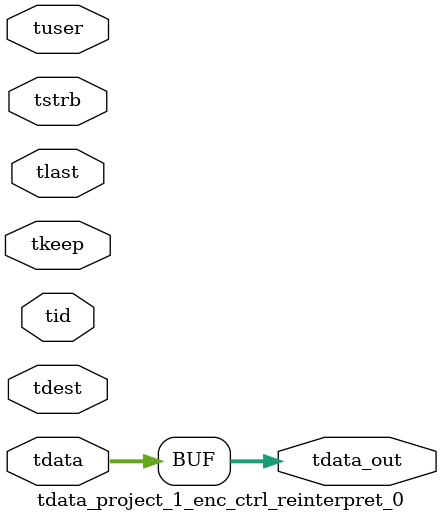
<source format=v>


`timescale 1ps/1ps

module tdata_project_1_enc_ctrl_reinterpret_0 #
(
parameter C_S_AXIS_TDATA_WIDTH = 32,
parameter C_S_AXIS_TUSER_WIDTH = 0,
parameter C_S_AXIS_TID_WIDTH   = 0,
parameter C_S_AXIS_TDEST_WIDTH = 0,
parameter C_M_AXIS_TDATA_WIDTH = 32
)
(
input  [(C_S_AXIS_TDATA_WIDTH == 0 ? 1 : C_S_AXIS_TDATA_WIDTH)-1:0     ] tdata,
input  [(C_S_AXIS_TUSER_WIDTH == 0 ? 1 : C_S_AXIS_TUSER_WIDTH)-1:0     ] tuser,
input  [(C_S_AXIS_TID_WIDTH   == 0 ? 1 : C_S_AXIS_TID_WIDTH)-1:0       ] tid,
input  [(C_S_AXIS_TDEST_WIDTH == 0 ? 1 : C_S_AXIS_TDEST_WIDTH)-1:0     ] tdest,
input  [(C_S_AXIS_TDATA_WIDTH/8)-1:0 ] tkeep,
input  [(C_S_AXIS_TDATA_WIDTH/8)-1:0 ] tstrb,
input                                                                    tlast,
output [C_M_AXIS_TDATA_WIDTH-1:0] tdata_out
);

assign tdata_out = {tdata[31:0]};

endmodule


</source>
